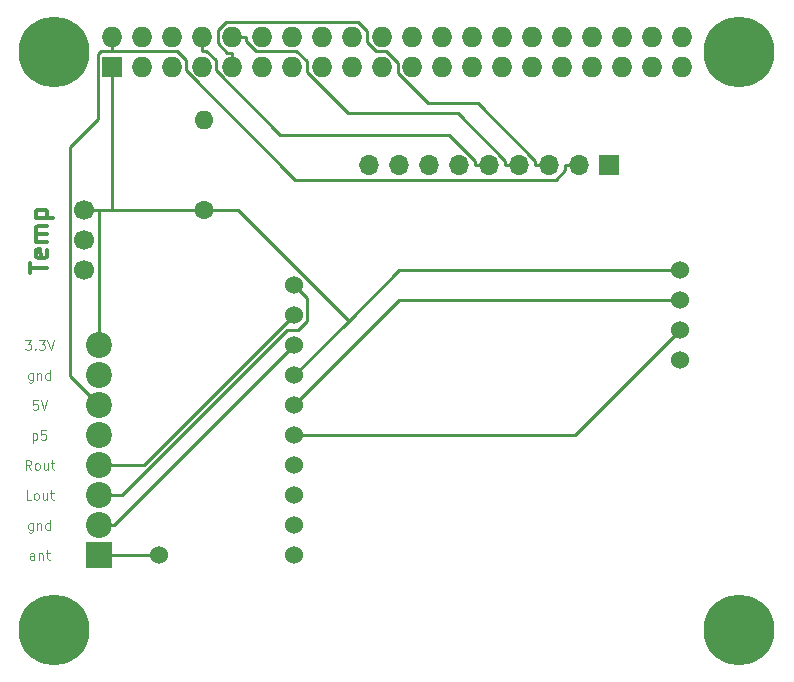
<source format=gbr>
%TF.GenerationSoftware,KiCad,Pcbnew,5.1.8-db9833491~88~ubuntu20.04.1*%
%TF.CreationDate,2020-12-14T14:43:52+01:00*%
%TF.ProjectId,carGpsHat,63617247-7073-4486-9174-2e6b69636164,rev?*%
%TF.SameCoordinates,Original*%
%TF.FileFunction,Copper,L1,Top*%
%TF.FilePolarity,Positive*%
%FSLAX46Y46*%
G04 Gerber Fmt 4.6, Leading zero omitted, Abs format (unit mm)*
G04 Created by KiCad (PCBNEW 5.1.8-db9833491~88~ubuntu20.04.1) date 2020-12-14 14:43:52*
%MOMM*%
%LPD*%
G01*
G04 APERTURE LIST*
%TA.AperFunction,NonConductor*%
%ADD10C,0.100000*%
%TD*%
%TA.AperFunction,NonConductor*%
%ADD11C,0.300000*%
%TD*%
%TA.AperFunction,ComponentPad*%
%ADD12C,1.524000*%
%TD*%
%TA.AperFunction,ComponentPad*%
%ADD13C,2.200000*%
%TD*%
%TA.AperFunction,ComponentPad*%
%ADD14R,2.200000X2.200000*%
%TD*%
%TA.AperFunction,ComponentPad*%
%ADD15O,1.700000X1.700000*%
%TD*%
%TA.AperFunction,ComponentPad*%
%ADD16R,1.700000X1.700000*%
%TD*%
%TA.AperFunction,ComponentPad*%
%ADD17R,1.727200X1.727200*%
%TD*%
%TA.AperFunction,ComponentPad*%
%ADD18O,1.727200X1.727200*%
%TD*%
%TA.AperFunction,ComponentPad*%
%ADD19C,6.000000*%
%TD*%
%TA.AperFunction,ComponentPad*%
%ADD20C,1.700000*%
%TD*%
%TA.AperFunction,ComponentPad*%
%ADD21C,1.600000*%
%TD*%
%TA.AperFunction,ComponentPad*%
%ADD22O,1.600000X1.600000*%
%TD*%
%TA.AperFunction,Conductor*%
%ADD23C,0.250000*%
%TD*%
G04 APERTURE END LIST*
D10*
X112610952Y-113391904D02*
X112610952Y-112972857D01*
X112572857Y-112896666D01*
X112496666Y-112858571D01*
X112344285Y-112858571D01*
X112268095Y-112896666D01*
X112610952Y-113353809D02*
X112534761Y-113391904D01*
X112344285Y-113391904D01*
X112268095Y-113353809D01*
X112230000Y-113277619D01*
X112230000Y-113201428D01*
X112268095Y-113125238D01*
X112344285Y-113087142D01*
X112534761Y-113087142D01*
X112610952Y-113049047D01*
X112991904Y-112858571D02*
X112991904Y-113391904D01*
X112991904Y-112934761D02*
X113030000Y-112896666D01*
X113106190Y-112858571D01*
X113220476Y-112858571D01*
X113296666Y-112896666D01*
X113334761Y-112972857D01*
X113334761Y-113391904D01*
X113601428Y-112858571D02*
X113906190Y-112858571D01*
X113715714Y-112591904D02*
X113715714Y-113277619D01*
X113753809Y-113353809D01*
X113830000Y-113391904D01*
X113906190Y-113391904D01*
X112477619Y-110318571D02*
X112477619Y-110966190D01*
X112439523Y-111042380D01*
X112401428Y-111080476D01*
X112325238Y-111118571D01*
X112210952Y-111118571D01*
X112134761Y-111080476D01*
X112477619Y-110813809D02*
X112401428Y-110851904D01*
X112249047Y-110851904D01*
X112172857Y-110813809D01*
X112134761Y-110775714D01*
X112096666Y-110699523D01*
X112096666Y-110470952D01*
X112134761Y-110394761D01*
X112172857Y-110356666D01*
X112249047Y-110318571D01*
X112401428Y-110318571D01*
X112477619Y-110356666D01*
X112858571Y-110318571D02*
X112858571Y-110851904D01*
X112858571Y-110394761D02*
X112896666Y-110356666D01*
X112972857Y-110318571D01*
X113087142Y-110318571D01*
X113163333Y-110356666D01*
X113201428Y-110432857D01*
X113201428Y-110851904D01*
X113925238Y-110851904D02*
X113925238Y-110051904D01*
X113925238Y-110813809D02*
X113849047Y-110851904D01*
X113696666Y-110851904D01*
X113620476Y-110813809D01*
X113582380Y-110775714D01*
X113544285Y-110699523D01*
X113544285Y-110470952D01*
X113582380Y-110394761D01*
X113620476Y-110356666D01*
X113696666Y-110318571D01*
X113849047Y-110318571D01*
X113925238Y-110356666D01*
X112325238Y-108311904D02*
X111944285Y-108311904D01*
X111944285Y-107511904D01*
X112706190Y-108311904D02*
X112630000Y-108273809D01*
X112591904Y-108235714D01*
X112553809Y-108159523D01*
X112553809Y-107930952D01*
X112591904Y-107854761D01*
X112630000Y-107816666D01*
X112706190Y-107778571D01*
X112820476Y-107778571D01*
X112896666Y-107816666D01*
X112934761Y-107854761D01*
X112972857Y-107930952D01*
X112972857Y-108159523D01*
X112934761Y-108235714D01*
X112896666Y-108273809D01*
X112820476Y-108311904D01*
X112706190Y-108311904D01*
X113658571Y-107778571D02*
X113658571Y-108311904D01*
X113315714Y-107778571D02*
X113315714Y-108197619D01*
X113353809Y-108273809D01*
X113430000Y-108311904D01*
X113544285Y-108311904D01*
X113620476Y-108273809D01*
X113658571Y-108235714D01*
X113925238Y-107778571D02*
X114230000Y-107778571D01*
X114039523Y-107511904D02*
X114039523Y-108197619D01*
X114077619Y-108273809D01*
X114153809Y-108311904D01*
X114230000Y-108311904D01*
X112325238Y-105771904D02*
X112058571Y-105390952D01*
X111868095Y-105771904D02*
X111868095Y-104971904D01*
X112172857Y-104971904D01*
X112249047Y-105010000D01*
X112287142Y-105048095D01*
X112325238Y-105124285D01*
X112325238Y-105238571D01*
X112287142Y-105314761D01*
X112249047Y-105352857D01*
X112172857Y-105390952D01*
X111868095Y-105390952D01*
X112782380Y-105771904D02*
X112706190Y-105733809D01*
X112668095Y-105695714D01*
X112630000Y-105619523D01*
X112630000Y-105390952D01*
X112668095Y-105314761D01*
X112706190Y-105276666D01*
X112782380Y-105238571D01*
X112896666Y-105238571D01*
X112972857Y-105276666D01*
X113010952Y-105314761D01*
X113049047Y-105390952D01*
X113049047Y-105619523D01*
X113010952Y-105695714D01*
X112972857Y-105733809D01*
X112896666Y-105771904D01*
X112782380Y-105771904D01*
X113734761Y-105238571D02*
X113734761Y-105771904D01*
X113391904Y-105238571D02*
X113391904Y-105657619D01*
X113430000Y-105733809D01*
X113506190Y-105771904D01*
X113620476Y-105771904D01*
X113696666Y-105733809D01*
X113734761Y-105695714D01*
X114001428Y-105238571D02*
X114306190Y-105238571D01*
X114115714Y-104971904D02*
X114115714Y-105657619D01*
X114153809Y-105733809D01*
X114230000Y-105771904D01*
X114306190Y-105771904D01*
X112477619Y-102698571D02*
X112477619Y-103498571D01*
X112477619Y-102736666D02*
X112553809Y-102698571D01*
X112706190Y-102698571D01*
X112782380Y-102736666D01*
X112820476Y-102774761D01*
X112858571Y-102850952D01*
X112858571Y-103079523D01*
X112820476Y-103155714D01*
X112782380Y-103193809D01*
X112706190Y-103231904D01*
X112553809Y-103231904D01*
X112477619Y-103193809D01*
X113582380Y-102431904D02*
X113201428Y-102431904D01*
X113163333Y-102812857D01*
X113201428Y-102774761D01*
X113277619Y-102736666D01*
X113468095Y-102736666D01*
X113544285Y-102774761D01*
X113582380Y-102812857D01*
X113620476Y-102889047D01*
X113620476Y-103079523D01*
X113582380Y-103155714D01*
X113544285Y-103193809D01*
X113468095Y-103231904D01*
X113277619Y-103231904D01*
X113201428Y-103193809D01*
X113163333Y-103155714D01*
X112877619Y-99891904D02*
X112496666Y-99891904D01*
X112458571Y-100272857D01*
X112496666Y-100234761D01*
X112572857Y-100196666D01*
X112763333Y-100196666D01*
X112839523Y-100234761D01*
X112877619Y-100272857D01*
X112915714Y-100349047D01*
X112915714Y-100539523D01*
X112877619Y-100615714D01*
X112839523Y-100653809D01*
X112763333Y-100691904D01*
X112572857Y-100691904D01*
X112496666Y-100653809D01*
X112458571Y-100615714D01*
X113144285Y-99891904D02*
X113410952Y-100691904D01*
X113677619Y-99891904D01*
X111849047Y-94811904D02*
X112344285Y-94811904D01*
X112077619Y-95116666D01*
X112191904Y-95116666D01*
X112268095Y-95154761D01*
X112306190Y-95192857D01*
X112344285Y-95269047D01*
X112344285Y-95459523D01*
X112306190Y-95535714D01*
X112268095Y-95573809D01*
X112191904Y-95611904D01*
X111963333Y-95611904D01*
X111887142Y-95573809D01*
X111849047Y-95535714D01*
X112687142Y-95535714D02*
X112725238Y-95573809D01*
X112687142Y-95611904D01*
X112649047Y-95573809D01*
X112687142Y-95535714D01*
X112687142Y-95611904D01*
X112991904Y-94811904D02*
X113487142Y-94811904D01*
X113220476Y-95116666D01*
X113334761Y-95116666D01*
X113410952Y-95154761D01*
X113449047Y-95192857D01*
X113487142Y-95269047D01*
X113487142Y-95459523D01*
X113449047Y-95535714D01*
X113410952Y-95573809D01*
X113334761Y-95611904D01*
X113106190Y-95611904D01*
X113030000Y-95573809D01*
X112991904Y-95535714D01*
X113715714Y-94811904D02*
X113982380Y-95611904D01*
X114249047Y-94811904D01*
X112477619Y-97618571D02*
X112477619Y-98266190D01*
X112439523Y-98342380D01*
X112401428Y-98380476D01*
X112325238Y-98418571D01*
X112210952Y-98418571D01*
X112134761Y-98380476D01*
X112477619Y-98113809D02*
X112401428Y-98151904D01*
X112249047Y-98151904D01*
X112172857Y-98113809D01*
X112134761Y-98075714D01*
X112096666Y-97999523D01*
X112096666Y-97770952D01*
X112134761Y-97694761D01*
X112172857Y-97656666D01*
X112249047Y-97618571D01*
X112401428Y-97618571D01*
X112477619Y-97656666D01*
X112858571Y-97618571D02*
X112858571Y-98151904D01*
X112858571Y-97694761D02*
X112896666Y-97656666D01*
X112972857Y-97618571D01*
X113087142Y-97618571D01*
X113163333Y-97656666D01*
X113201428Y-97732857D01*
X113201428Y-98151904D01*
X113925238Y-98151904D02*
X113925238Y-97351904D01*
X113925238Y-98113809D02*
X113849047Y-98151904D01*
X113696666Y-98151904D01*
X113620476Y-98113809D01*
X113582380Y-98075714D01*
X113544285Y-97999523D01*
X113544285Y-97770952D01*
X113582380Y-97694761D01*
X113620476Y-97656666D01*
X113696666Y-97618571D01*
X113849047Y-97618571D01*
X113925238Y-97656666D01*
D11*
X112208571Y-89110000D02*
X112208571Y-88252857D01*
X113708571Y-88681428D02*
X112208571Y-88681428D01*
X113637142Y-87181428D02*
X113708571Y-87324285D01*
X113708571Y-87610000D01*
X113637142Y-87752857D01*
X113494285Y-87824285D01*
X112922857Y-87824285D01*
X112780000Y-87752857D01*
X112708571Y-87610000D01*
X112708571Y-87324285D01*
X112780000Y-87181428D01*
X112922857Y-87110000D01*
X113065714Y-87110000D01*
X113208571Y-87824285D01*
X113708571Y-86467142D02*
X112708571Y-86467142D01*
X112851428Y-86467142D02*
X112780000Y-86395714D01*
X112708571Y-86252857D01*
X112708571Y-86038571D01*
X112780000Y-85895714D01*
X112922857Y-85824285D01*
X113708571Y-85824285D01*
X112922857Y-85824285D02*
X112780000Y-85752857D01*
X112708571Y-85610000D01*
X112708571Y-85395714D01*
X112780000Y-85252857D01*
X112922857Y-85181428D01*
X113708571Y-85181428D01*
X112708571Y-84467142D02*
X114208571Y-84467142D01*
X112780000Y-84467142D02*
X112708571Y-84324285D01*
X112708571Y-84038571D01*
X112780000Y-83895714D01*
X112851428Y-83824285D01*
X112994285Y-83752857D01*
X113422857Y-83752857D01*
X113565714Y-83824285D01*
X113637142Y-83895714D01*
X113708571Y-84038571D01*
X113708571Y-84324285D01*
X113637142Y-84467142D01*
D12*
%TO.P,Si470x1,11*%
%TO.N,Net-(P3-Pad1)*%
X123190000Y-113030000D03*
%TO.P,Si470x1,10*%
%TO.N,Net-(P2-Pad15)*%
X134620000Y-113030000D03*
%TO.P,Si470x1,9*%
%TO.N,Net-(Si470x1-Pad9)*%
X134620000Y-110490000D03*
%TO.P,Si470x1,8*%
%TO.N,Net-(P2-Pad16)*%
X134620000Y-107950000D03*
%TO.P,Si470x1,7*%
%TO.N,Net-(Si470x1-Pad7)*%
X134620000Y-105410000D03*
%TO.P,Si470x1,6*%
%TO.N,Net-(P2-Pad5)*%
X134620000Y-102870000D03*
%TO.P,Si470x1,5*%
%TO.N,Net-(P2-Pad3)*%
X134620000Y-100330000D03*
%TO.P,Si470x1,4*%
%TO.N,Net-(P1-Pad3)*%
X134620000Y-97790000D03*
%TO.P,Si470x1,3*%
%TO.N,GND*%
X134620000Y-95250000D03*
%TO.P,Si470x1,2*%
%TO.N,Net-(P3-Pad4)*%
X134620000Y-92710000D03*
%TO.P,Si470x1,1*%
%TO.N,Net-(P3-Pad3)*%
X134620000Y-90170000D03*
%TD*%
D13*
%TO.P,P3,8*%
%TO.N,Net-(P1-Pad3)*%
X118110000Y-95250000D03*
%TO.P,P3,7*%
%TO.N,GND*%
X118110000Y-97790000D03*
%TO.P,P3,6*%
%TO.N,+5V*%
X118110000Y-100330000D03*
%TO.P,P3,5*%
%TO.N,Net-(P2-Pad29)*%
X118110000Y-102870000D03*
%TO.P,P3,4*%
%TO.N,Net-(P3-Pad4)*%
X118110000Y-105410000D03*
%TO.P,P3,3*%
%TO.N,Net-(P3-Pad3)*%
X118110000Y-107950000D03*
%TO.P,P3,2*%
%TO.N,GND*%
X118110000Y-110490000D03*
D14*
%TO.P,P3,1*%
%TO.N,Net-(P3-Pad1)*%
X118110000Y-113030000D03*
%TD*%
D15*
%TO.P,U1,7*%
%TO.N,Net-(U1-Pad7)*%
X146050000Y-80010000D03*
%TO.P,U1,6*%
%TO.N,Net-(U1-Pad6)*%
X148590000Y-80010000D03*
%TO.P,U1,8*%
%TO.N,Net-(U1-Pad8)*%
X143510000Y-80010000D03*
%TO.P,U1,5*%
%TO.N,Net-(P2-Pad8)*%
X151130000Y-80010000D03*
%TO.P,U1,4*%
%TO.N,Net-(P2-Pad10)*%
X153670000Y-80010000D03*
%TO.P,U1,3*%
%TO.N,GND*%
X156210000Y-80010000D03*
%TO.P,U1,2*%
%TO.N,+5V*%
X158750000Y-80010000D03*
D16*
%TO.P,U1,1*%
%TO.N,Net-(U1-Pad1)*%
X161290000Y-80010000D03*
D15*
%TO.P,U1,9*%
%TO.N,Net-(U1-Pad9)*%
X140970000Y-80010000D03*
%TD*%
D17*
%TO.P,P2,1*%
%TO.N,Net-(P1-Pad3)*%
X119170000Y-71650000D03*
D18*
%TO.P,P2,2*%
%TO.N,+5V*%
X119170000Y-69110000D03*
%TO.P,P2,3*%
%TO.N,Net-(P2-Pad3)*%
X121710000Y-71650000D03*
%TO.P,P2,4*%
%TO.N,Net-(P2-Pad4)*%
X121710000Y-69110000D03*
%TO.P,P2,5*%
%TO.N,Net-(P2-Pad5)*%
X124250000Y-71650000D03*
%TO.P,P2,6*%
%TO.N,Net-(P2-Pad6)*%
X124250000Y-69110000D03*
%TO.P,P2,7*%
%TO.N,Net-(P1-Pad1)*%
X126790000Y-71650000D03*
%TO.P,P2,8*%
%TO.N,Net-(P2-Pad8)*%
X126790000Y-69110000D03*
%TO.P,P2,9*%
%TO.N,GND*%
X129330000Y-71650000D03*
%TO.P,P2,10*%
%TO.N,Net-(P2-Pad10)*%
X129330000Y-69110000D03*
%TO.P,P2,11*%
%TO.N,Net-(P2-Pad11)*%
X131870000Y-71650000D03*
%TO.P,P2,12*%
%TO.N,Net-(P2-Pad12)*%
X131870000Y-69110000D03*
%TO.P,P2,13*%
%TO.N,Net-(P2-Pad13)*%
X134410000Y-71650000D03*
%TO.P,P2,14*%
%TO.N,Net-(P2-Pad14)*%
X134410000Y-69110000D03*
%TO.P,P2,15*%
%TO.N,Net-(P2-Pad15)*%
X136950000Y-71650000D03*
%TO.P,P2,16*%
%TO.N,Net-(P2-Pad16)*%
X136950000Y-69110000D03*
%TO.P,P2,17*%
%TO.N,Net-(P2-Pad17)*%
X139490000Y-71650000D03*
%TO.P,P2,18*%
%TO.N,Net-(P2-Pad18)*%
X139490000Y-69110000D03*
%TO.P,P2,19*%
%TO.N,Net-(P2-Pad19)*%
X142030000Y-71650000D03*
%TO.P,P2,20*%
%TO.N,Net-(P2-Pad20)*%
X142030000Y-69110000D03*
%TO.P,P2,21*%
%TO.N,Net-(P2-Pad21)*%
X144570000Y-71650000D03*
%TO.P,P2,22*%
%TO.N,Net-(P2-Pad22)*%
X144570000Y-69110000D03*
%TO.P,P2,23*%
%TO.N,Net-(P2-Pad23)*%
X147110000Y-71650000D03*
%TO.P,P2,24*%
%TO.N,Net-(P2-Pad24)*%
X147110000Y-69110000D03*
%TO.P,P2,25*%
%TO.N,Net-(P2-Pad25)*%
X149650000Y-71650000D03*
%TO.P,P2,26*%
%TO.N,Net-(P2-Pad26)*%
X149650000Y-69110000D03*
%TO.P,P2,27*%
%TO.N,Net-(P2-Pad27)*%
X152190000Y-71650000D03*
%TO.P,P2,28*%
%TO.N,Net-(P2-Pad28)*%
X152190000Y-69110000D03*
%TO.P,P2,29*%
%TO.N,Net-(P2-Pad29)*%
X154730000Y-71650000D03*
%TO.P,P2,30*%
%TO.N,Net-(P2-Pad30)*%
X154730000Y-69110000D03*
%TO.P,P2,31*%
%TO.N,Net-(P2-Pad31)*%
X157270000Y-71650000D03*
%TO.P,P2,32*%
%TO.N,Net-(P2-Pad32)*%
X157270000Y-69110000D03*
%TO.P,P2,33*%
%TO.N,Net-(P2-Pad33)*%
X159810000Y-71650000D03*
%TO.P,P2,34*%
%TO.N,Net-(P2-Pad34)*%
X159810000Y-69110000D03*
%TO.P,P2,35*%
%TO.N,Net-(P2-Pad35)*%
X162350000Y-71650000D03*
%TO.P,P2,36*%
%TO.N,Net-(P2-Pad36)*%
X162350000Y-69110000D03*
%TO.P,P2,37*%
%TO.N,Net-(P2-Pad37)*%
X164890000Y-71650000D03*
%TO.P,P2,38*%
%TO.N,Net-(P2-Pad38)*%
X164890000Y-69110000D03*
%TO.P,P2,39*%
%TO.N,Net-(P2-Pad39)*%
X167430000Y-71650000D03*
%TO.P,P2,40*%
%TO.N,Net-(P2-Pad40)*%
X167430000Y-69110000D03*
D19*
%TO.P,P2,*%
%TO.N,*%
X114300000Y-70380000D03*
X172300000Y-70380000D03*
X114300000Y-119380000D03*
X172300000Y-119380000D03*
%TD*%
D20*
%TO.P,P1,1*%
%TO.N,Net-(P1-Pad1)*%
X116840000Y-88900000D03*
%TO.P,P1,2*%
%TO.N,GND*%
X116840000Y-86360000D03*
%TO.P,P1,3*%
%TO.N,Net-(P1-Pad3)*%
X116840000Y-83820000D03*
%TD*%
D21*
%TO.P,R1,1*%
%TO.N,Net-(P1-Pad3)*%
X127000000Y-83820000D03*
D22*
%TO.P,R1,2*%
%TO.N,Net-(P1-Pad1)*%
X127000000Y-76200000D03*
%TD*%
D12*
%TO.P,U2,1*%
%TO.N,Net-(P1-Pad3)*%
X167240000Y-88900000D03*
%TO.P,U2,2*%
%TO.N,Net-(P2-Pad3)*%
X167240000Y-91440000D03*
%TO.P,U2,3*%
%TO.N,Net-(P2-Pad5)*%
X167240000Y-93980000D03*
%TO.P,U2,4*%
%TO.N,GND*%
X167240000Y-96520000D03*
%TD*%
D23*
%TO.N,+5V*%
X158750000Y-80010000D02*
X157574700Y-80010000D01*
X157574700Y-80010000D02*
X157574700Y-80377300D01*
X157574700Y-80377300D02*
X156740700Y-81211300D01*
X156740700Y-81211300D02*
X134669800Y-81211300D01*
X134669800Y-81211300D02*
X125439000Y-71980500D01*
X125439000Y-71980500D02*
X125439000Y-71080200D01*
X125439000Y-71080200D02*
X124657700Y-70298900D01*
X124657700Y-70298900D02*
X119170000Y-70298900D01*
X119170000Y-69110000D02*
X119170000Y-70298900D01*
X119170000Y-70298900D02*
X118278300Y-70298900D01*
X118278300Y-70298900D02*
X117981100Y-70596100D01*
X117981100Y-70596100D02*
X117981100Y-76098500D01*
X117981100Y-76098500D02*
X115642400Y-78437200D01*
X115642400Y-78437200D02*
X115642400Y-97862400D01*
X115642400Y-97862400D02*
X118110000Y-100330000D01*
%TO.N,GND*%
X129330000Y-71650000D02*
X129330000Y-70461100D01*
X156210000Y-80010000D02*
X155034700Y-80010000D01*
X155034700Y-80010000D02*
X155034700Y-79642700D01*
X155034700Y-79642700D02*
X150155800Y-74763800D01*
X150155800Y-74763800D02*
X145948900Y-74763800D01*
X145948900Y-74763800D02*
X143381000Y-72195900D01*
X143381000Y-72195900D02*
X143381000Y-71318600D01*
X143381000Y-71318600D02*
X142361400Y-70299000D01*
X142361400Y-70299000D02*
X141515700Y-70299000D01*
X141515700Y-70299000D02*
X140760000Y-69543300D01*
X140760000Y-69543300D02*
X140760000Y-68630700D01*
X140760000Y-68630700D02*
X140027200Y-67897900D01*
X140027200Y-67897900D02*
X128817900Y-67897900D01*
X128817900Y-67897900D02*
X128141100Y-68574700D01*
X128141100Y-68574700D02*
X128141100Y-69643800D01*
X128141100Y-69643800D02*
X128958400Y-70461100D01*
X128958400Y-70461100D02*
X129330000Y-70461100D01*
X118110000Y-110490000D02*
X119380000Y-110490000D01*
X119380000Y-110490000D02*
X134620000Y-95250000D01*
%TO.N,Net-(P1-Pad3)*%
X118110000Y-83820000D02*
X119170000Y-83820000D01*
X116840000Y-83820000D02*
X118110000Y-83820000D01*
X118110000Y-83820000D02*
X118110000Y-95250000D01*
X127000000Y-83820000D02*
X129834700Y-83820000D01*
X129834700Y-83820000D02*
X139212400Y-93197600D01*
X119170000Y-83820000D02*
X127000000Y-83820000D01*
X139212400Y-93197600D02*
X134620000Y-97790000D01*
X167240000Y-88900000D02*
X143510000Y-88900000D01*
X143510000Y-88900000D02*
X139212400Y-93197600D01*
X119170000Y-83820000D02*
X119170000Y-71650000D01*
%TO.N,Net-(P2-Pad8)*%
X149954700Y-80010000D02*
X149954700Y-79642700D01*
X149954700Y-79642700D02*
X147722800Y-77410800D01*
X147722800Y-77410800D02*
X133409300Y-77410800D01*
X133409300Y-77410800D02*
X127978900Y-71980400D01*
X127978900Y-71980400D02*
X127978900Y-71116200D01*
X127978900Y-71116200D02*
X127161600Y-70298900D01*
X127161600Y-70298900D02*
X126790000Y-70298900D01*
X151130000Y-80010000D02*
X149954700Y-80010000D01*
X126790000Y-69110000D02*
X126790000Y-70298900D01*
%TO.N,Net-(P2-Pad10)*%
X153670000Y-80010000D02*
X152494700Y-80010000D01*
X129330000Y-69110000D02*
X130518900Y-69110000D01*
X130518900Y-69110000D02*
X130518900Y-69481600D01*
X130518900Y-69481600D02*
X131336200Y-70298900D01*
X131336200Y-70298900D02*
X134762200Y-70298900D01*
X134762200Y-70298900D02*
X135680000Y-71216700D01*
X135680000Y-71216700D02*
X135680000Y-72106600D01*
X135680000Y-72106600D02*
X139172800Y-75599400D01*
X139172800Y-75599400D02*
X148451400Y-75599400D01*
X148451400Y-75599400D02*
X152494700Y-79642700D01*
X152494700Y-79642700D02*
X152494700Y-80010000D01*
%TO.N,Net-(P2-Pad3)*%
X134620000Y-100330000D02*
X143510000Y-91440000D01*
X143510000Y-91440000D02*
X167240000Y-91440000D01*
%TO.N,Net-(P2-Pad5)*%
X167240000Y-93980000D02*
X158350000Y-102870000D01*
X158350000Y-102870000D02*
X134620000Y-102870000D01*
%TO.N,Net-(P3-Pad4)*%
X134620000Y-92710000D02*
X121920000Y-105410000D01*
X121920000Y-105410000D02*
X118110000Y-105410000D01*
%TO.N,Net-(P3-Pad1)*%
X118110000Y-113030000D02*
X123190000Y-113030000D01*
%TO.N,Net-(P3-Pad3)*%
X134620000Y-90170000D02*
X135727600Y-91277600D01*
X135727600Y-91277600D02*
X135727600Y-93167700D01*
X135727600Y-93167700D02*
X134915300Y-93980000D01*
X134915300Y-93980000D02*
X133986900Y-93980000D01*
X133986900Y-93980000D02*
X120016900Y-107950000D01*
X120016900Y-107950000D02*
X118110000Y-107950000D01*
%TD*%
M02*

</source>
